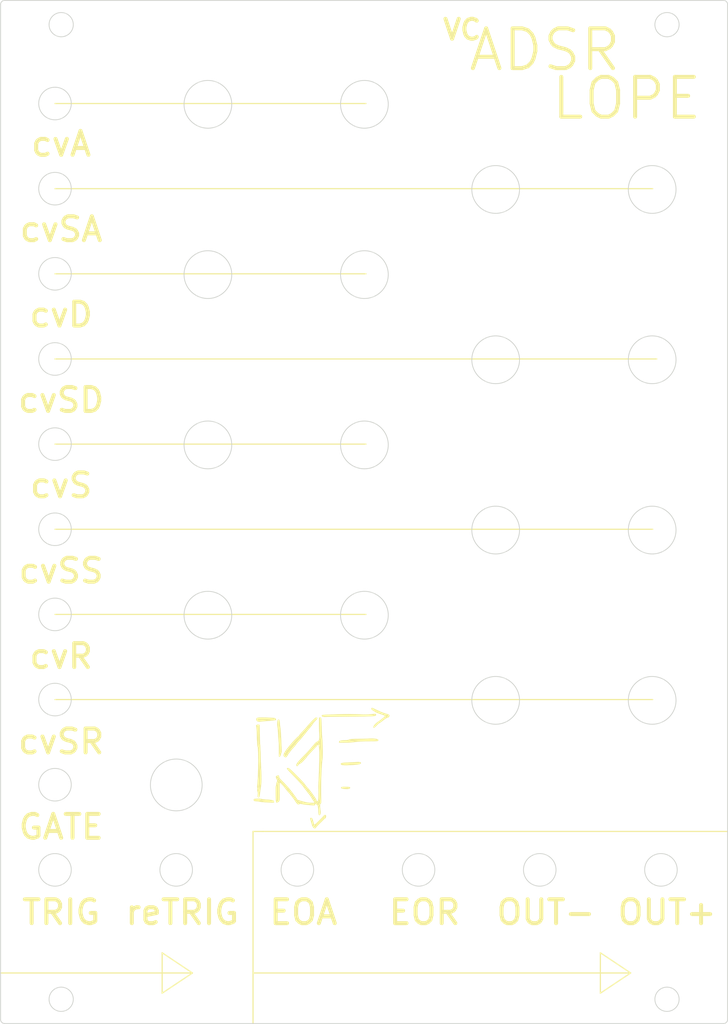
<source format=kicad_pcb>
(kicad_pcb (version 20171130) (host pcbnew 5.1.9-73d0e3b20d~88~ubuntu18.04.1)

  (general
    (thickness 1.6)
    (drawings 86)
    (tracks 0)
    (zones 0)
    (modules 1)
    (nets 1)
  )

  (page A4)
  (layers
    (0 F.Cu signal)
    (31 B.Cu signal)
    (32 B.Adhes user)
    (33 F.Adhes user)
    (34 B.Paste user)
    (35 F.Paste user)
    (36 B.SilkS user)
    (37 F.SilkS user)
    (38 B.Mask user)
    (39 F.Mask user)
    (40 Dwgs.User user)
    (41 Cmts.User user)
    (42 Eco1.User user hide)
    (43 Eco2.User user)
    (44 Edge.Cuts user)
    (45 Margin user)
    (46 B.CrtYd user)
    (47 F.CrtYd user)
    (48 B.Fab user)
    (49 F.Fab user)
  )

  (setup
    (last_trace_width 0.25)
    (trace_clearance 0.2)
    (zone_clearance 0.508)
    (zone_45_only no)
    (trace_min 0.2)
    (via_size 0.8)
    (via_drill 0.4)
    (via_min_size 0.4)
    (via_min_drill 0.3)
    (uvia_size 0.3)
    (uvia_drill 0.1)
    (uvias_allowed no)
    (uvia_min_size 0.2)
    (uvia_min_drill 0.1)
    (edge_width 0.1)
    (segment_width 0.2)
    (pcb_text_width 0.3)
    (pcb_text_size 1.5 1.5)
    (mod_edge_width 0.15)
    (mod_text_size 1 1)
    (mod_text_width 0.15)
    (pad_size 1.524 1.524)
    (pad_drill 0.762)
    (pad_to_mask_clearance 0)
    (aux_axis_origin 0 0)
    (visible_elements FFFFFF7F)
    (pcbplotparams
      (layerselection 0x010fc_ffffffff)
      (usegerberextensions false)
      (usegerberattributes true)
      (usegerberadvancedattributes true)
      (creategerberjobfile true)
      (excludeedgelayer true)
      (linewidth 0.100000)
      (plotframeref false)
      (viasonmask false)
      (mode 1)
      (useauxorigin false)
      (hpglpennumber 1)
      (hpglpenspeed 20)
      (hpglpendiameter 15.000000)
      (psnegative false)
      (psa4output false)
      (plotreference true)
      (plotvalue true)
      (plotinvisibletext false)
      (padsonsilk false)
      (subtractmaskfromsilk false)
      (outputformat 1)
      (mirror false)
      (drillshape 0)
      (scaleselection 1)
      (outputdirectory "frontPanel"))
  )

  (net 0 "")

  (net_class Default "This is the default net class."
    (clearance 0.2)
    (trace_width 0.25)
    (via_dia 0.8)
    (via_drill 0.4)
    (uvia_dia 0.3)
    (uvia_drill 0.1)
  )

  (module hardware:KP_logo (layer F.Cu) (tedit 6055DDD8) (tstamp 605424E7)
    (at 178.546187 136.849554)
    (fp_text reference G*** (at 0 0) (layer F.SilkS) hide
      (effects (font (size 1.524 1.524) (thickness 0.3)))
    )
    (fp_text value LOGO (at 0.75 0) (layer F.SilkS) hide
      (effects (font (size 1.524 1.524) (thickness 0.3)))
    )
    (fp_poly (pts (xy 5.785782 -6.839797) (xy 5.787507 -6.839235) (xy 5.831923 -6.784954) (xy 5.842 -6.730169)
      (xy 5.8399 -6.690262) (xy 5.829836 -6.655609) (xy 5.806166 -6.625786) (xy 5.763244 -6.600371)
      (xy 5.695428 -6.57894) (xy 5.597074 -6.561071) (xy 5.462537 -6.546342) (xy 5.286175 -6.534329)
      (xy 5.062342 -6.52461) (xy 4.785396 -6.516762) (xy 4.449692 -6.510362) (xy 4.049587 -6.504987)
      (xy 3.579436 -6.500215) (xy 3.033597 -6.495624) (xy 2.673469 -6.492825) (xy 2.177876 -6.488906)
      (xy 1.699069 -6.48488) (xy 1.245106 -6.480832) (xy 0.82404 -6.476843) (xy 0.443927 -6.472997)
      (xy 0.112821 -6.469376) (xy -0.161221 -6.466063) (xy -0.370144 -6.463141) (xy -0.505895 -6.460693)
      (xy -0.539554 -6.459813) (xy -0.72024 -6.457118) (xy -0.836787 -6.465084) (xy -0.909392 -6.486883)
      (xy -0.958146 -6.525573) (xy -1.002994 -6.59661) (xy -0.981395 -6.657976) (xy -0.975938 -6.664763)
      (xy -0.936147 -6.690026) (xy -0.856728 -6.709682) (xy -0.726699 -6.724981) (xy -0.535075 -6.737172)
      (xy -0.270875 -6.747504) (xy -0.239846 -6.748489) (xy 0.015979 -6.756741) (xy 0.331127 -6.767314)
      (xy 0.680316 -6.779336) (xy 1.038264 -6.791934) (xy 1.379688 -6.804237) (xy 1.439334 -6.806422)
      (xy 2.416246 -6.821748) (xy 3.451314 -6.798552) (xy 3.556 -6.794177) (xy 3.933706 -6.77891)
      (xy 4.242415 -6.769477) (xy 4.497602 -6.765959) (xy 4.714742 -6.768436) (xy 4.90931 -6.776988)
      (xy 5.096779 -6.791696) (xy 5.205424 -6.802759) (xy 5.411221 -6.823096) (xy 5.588643 -6.836805)
      (xy 5.719544 -6.842751) (xy 5.785782 -6.839797)) (layer F.SilkS) (width 0.01))
    (fp_poly (pts (xy -8.079881 -6.383578) (xy -7.806337 -6.377643) (xy -7.542533 -6.369083) (xy -7.303736 -6.35822)
      (xy -7.105214 -6.34538) (xy -6.962234 -6.330885) (xy -6.893372 -6.316576) (xy -6.804592 -6.254757)
      (xy -6.750191 -6.170969) (xy -6.742768 -6.092144) (xy -6.771045 -6.055081) (xy -6.829147 -6.040863)
      (xy -6.955039 -6.022624) (xy -7.13206 -6.002398) (xy -7.343551 -5.982221) (xy -7.421158 -5.975667)
      (xy -7.785697 -5.945765) (xy -8.078497 -5.921391) (xy -8.312226 -5.901446) (xy -8.499554 -5.88483)
      (xy -8.653147 -5.870443) (xy -8.784794 -5.857276) (xy -8.929195 -5.850701) (xy -9.029021 -5.873385)
      (xy -9.115143 -5.928181) (xy -9.198009 -6.013282) (xy -9.222832 -6.112462) (xy -9.220349 -6.17249)
      (xy -9.200759 -6.278121) (xy -9.147559 -6.332756) (xy -9.059333 -6.362527) (xy -8.966104 -6.37458)
      (xy -8.806276 -6.382388) (xy -8.595118 -6.386274) (xy -8.347897 -6.386563) (xy -8.079881 -6.383578)) (layer F.SilkS) (width 0.01))
    (fp_poly (pts (xy 5.351511 -7.595827) (xy 5.464135 -7.556905) (xy 5.617514 -7.491808) (xy 5.772988 -7.417935)
      (xy 6.156279 -7.232608) (xy 6.480555 -7.088013) (xy 6.758028 -6.979103) (xy 7.00091 -6.900835)
      (xy 7.06909 -6.882516) (xy 7.299727 -6.812053) (xy 7.450172 -6.738168) (xy 7.524894 -6.658258)
      (xy 7.535334 -6.611007) (xy 7.499829 -6.508822) (xy 7.413985 -6.413578) (xy 7.308812 -6.355697)
      (xy 7.269101 -6.349818) (xy 7.187902 -6.324936) (xy 7.069161 -6.260255) (xy 6.95325 -6.180485)
      (xy 6.788768 -6.0553) (xy 6.608108 -5.917802) (xy 6.50875 -5.842182) (xy 6.388931 -5.755538)
      (xy 6.293082 -5.694475) (xy 6.244184 -5.672849) (xy 6.198546 -5.643815) (xy 6.110506 -5.565929)
      (xy 5.994857 -5.452764) (xy 5.92098 -5.376333) (xy 5.756035 -5.211956) (xy 5.635647 -5.11541)
      (xy 5.556024 -5.085025) (xy 5.513377 -5.119127) (xy 5.503334 -5.192057) (xy 5.540249 -5.319663)
      (xy 5.644738 -5.471999) (xy 5.807412 -5.638501) (xy 6.018885 -5.808608) (xy 6.103997 -5.867918)
      (xy 6.263118 -5.978422) (xy 6.410844 -6.087367) (xy 6.520751 -6.175107) (xy 6.539858 -6.192009)
      (xy 6.664279 -6.297671) (xy 6.795038 -6.396892) (xy 6.804794 -6.403675) (xy 6.912173 -6.498924)
      (xy 6.936479 -6.579145) (xy 6.87777 -6.643563) (xy 6.783917 -6.679781) (xy 6.637854 -6.723603)
      (xy 6.460131 -6.78216) (xy 6.269954 -6.848458) (xy 6.086529 -6.915504) (xy 5.929062 -6.976304)
      (xy 5.816759 -7.023864) (xy 5.771338 -7.0485) (xy 5.710811 -7.091577) (xy 5.602322 -7.161715)
      (xy 5.485588 -7.233825) (xy 5.345811 -7.3274) (xy 5.271456 -7.402974) (xy 5.249336 -7.473995)
      (xy 5.249334 -7.474743) (xy 5.267841 -7.563675) (xy 5.296738 -7.601968) (xy 5.351511 -7.595827)) (layer F.SilkS) (width 0.01))
    (fp_poly (pts (xy 5.661663 -3.736094) (xy 5.890887 -3.700757) (xy 6.045232 -3.645286) (xy 6.112937 -3.585271)
      (xy 6.134321 -3.514697) (xy 6.086027 -3.454296) (xy 6.077326 -3.447687) (xy 6.036684 -3.428446)
      (xy 5.966538 -3.413485) (xy 5.857509 -3.402316) (xy 5.70022 -3.394448) (xy 5.485293 -3.389393)
      (xy 5.203349 -3.386659) (xy 4.891992 -3.385786) (xy 4.502394 -3.383951) (xy 4.1808 -3.378571)
      (xy 3.910593 -3.368807) (xy 3.675156 -3.35382) (xy 3.457869 -3.332771) (xy 3.242115 -3.304821)
      (xy 3.217334 -3.301227) (xy 2.783718 -3.250869) (xy 2.318502 -3.223706) (xy 1.915584 -3.217441)
      (xy 1.185334 -3.217333) (xy 1.185334 -3.316372) (xy 1.208625 -3.399198) (xy 1.283972 -3.459933)
      (xy 1.419588 -3.50123) (xy 1.623683 -3.525744) (xy 1.863426 -3.535484) (xy 2.101215 -3.54451)
      (xy 2.27279 -3.563127) (xy 2.396309 -3.593906) (xy 2.45482 -3.619235) (xy 2.515387 -3.645031)
      (xy 2.592459 -3.664808) (xy 2.698147 -3.679568) (xy 2.844564 -3.690313) (xy 3.043823 -3.698046)
      (xy 3.308036 -3.70377) (xy 3.512395 -3.706784) (xy 3.828833 -3.71185) (xy 4.160205 -3.718726)
      (xy 4.481619 -3.726788) (xy 4.768189 -3.735411) (xy 4.995024 -3.743972) (xy 4.995334 -3.743986)
      (xy 5.36175 -3.750702) (xy 5.661663 -3.736094)) (layer F.SilkS) (width 0.01))
    (fp_poly (pts (xy -6.356289 -6.112103) (xy -6.312031 -6.043083) (xy -6.292633 -5.958562) (xy -6.27186 -5.815353)
      (xy -6.253236 -5.639293) (xy -6.247523 -5.570047) (xy -6.232801 -5.398639) (xy -6.217701 -5.260433)
      (xy -6.204658 -5.176416) (xy -6.200166 -5.16197) (xy -6.188208 -5.1052) (xy -6.173489 -4.976785)
      (xy -6.156901 -4.789669) (xy -6.139338 -4.556795) (xy -6.121691 -4.291106) (xy -6.104855 -4.005545)
      (xy -6.089722 -3.713055) (xy -6.077184 -3.42658) (xy -6.073328 -3.323167) (xy -6.066632 -3.154055)
      (xy -6.056877 -2.933267) (xy -6.045553 -2.693671) (xy -6.037543 -2.533405) (xy -6.028265 -2.302187)
      (xy -6.028891 -2.138078) (xy -6.040465 -2.023985) (xy -6.06403 -1.942813) (xy -6.075014 -1.919571)
      (xy -6.12032 -1.806425) (xy -6.138072 -1.713336) (xy -6.163691 -1.608318) (xy -6.225098 -1.508919)
      (xy -6.30001 -1.446749) (xy -6.331234 -1.439333) (xy -6.376729 -1.474503) (xy -6.39464 -1.584017)
      (xy -6.394988 -1.598083) (xy -6.395586 -1.693427) (xy -6.395539 -1.855364) (xy -6.394897 -2.065823)
      (xy -6.393706 -2.306735) (xy -6.392617 -2.477585) (xy -6.393537 -2.749605) (xy -6.399395 -3.02333)
      (xy -6.409332 -3.274241) (xy -6.422493 -3.47782) (xy -6.430355 -3.557085) (xy -6.44913 -3.74423)
      (xy -6.468144 -3.984293) (xy -6.485106 -4.245564) (xy -6.497169 -4.482916) (xy -6.509846 -4.712431)
      (xy -6.527048 -4.928623) (xy -6.546605 -5.10845) (xy -6.566345 -5.22887) (xy -6.568151 -5.236382)
      (xy -6.590386 -5.381873) (xy -6.597321 -5.560011) (xy -6.590433 -5.745189) (xy -6.571199 -5.911803)
      (xy -6.541094 -6.03425) (xy -6.519846 -6.074215) (xy -6.434501 -6.133327) (xy -6.356289 -6.112103)) (layer F.SilkS) (width 0.01))
    (fp_poly (pts (xy -1.571382 -6.35823) (xy -1.541406 -6.303153) (xy -1.574072 -6.213586) (xy -1.671189 -6.08376)
      (xy -1.800837 -5.942544) (xy -1.934589 -5.796798) (xy -2.053126 -5.654742) (xy -2.137809 -5.539217)
      (xy -2.159201 -5.503333) (xy -2.235373 -5.383034) (xy -2.34056 -5.246491) (xy -2.393843 -5.185833)
      (xy -2.46906 -5.099764) (xy -2.585304 -4.960438) (xy -2.731546 -4.781369) (xy -2.896756 -4.576072)
      (xy -3.069906 -4.358062) (xy -3.084803 -4.339167) (xy -3.26432 -4.114518) (xy -3.443392 -3.896121)
      (xy -3.609271 -3.699112) (xy -3.749207 -3.538632) (xy -3.850451 -3.429817) (xy -3.851822 -3.428443)
      (xy -3.986609 -3.284507) (xy -4.115074 -3.13211) (xy -4.208802 -3.005109) (xy -4.306663 -2.870212)
      (xy -4.433944 -2.714717) (xy -4.536478 -2.60084) (xy -4.674114 -2.448427) (xy -4.824158 -2.270469)
      (xy -4.931219 -2.135174) (xy -5.030132 -2.005451) (xy -5.112632 -1.89841) (xy -5.16221 -1.835459)
      (xy -5.164642 -1.832508) (xy -5.212603 -1.757499) (xy -5.260099 -1.663175) (xy -5.3171 -1.568318)
      (xy -5.397717 -1.468748) (xy -5.479266 -1.389338) (xy -5.539059 -1.354967) (xy -5.541265 -1.354877)
      (xy -5.587977 -1.379035) (xy -5.670643 -1.438393) (xy -5.689814 -1.453493) (xy -5.766528 -1.524552)
      (xy -5.795267 -1.594842) (xy -5.788627 -1.701852) (xy -5.783803 -1.733211) (xy -5.738126 -1.867011)
      (xy -5.639701 -2.049764) (xy -5.495728 -2.270632) (xy -5.313405 -2.518779) (xy -5.099932 -2.783367)
      (xy -5.037666 -2.856475) (xy -4.918176 -2.995985) (xy -4.801456 -3.13357) (xy -4.727691 -3.221552)
      (xy -4.628954 -3.334847) (xy -4.50372 -3.470474) (xy -4.3652 -3.615126) (xy -4.226603 -3.755498)
      (xy -4.101139 -3.878284) (xy -4.002019 -3.970179) (xy -3.942451 -4.017876) (xy -3.933335 -4.021667)
      (xy -3.890267 -4.055318) (xy -3.837281 -4.136424) (xy -3.836416 -4.138083) (xy -3.778409 -4.223227)
      (xy -3.678932 -4.344327) (xy -3.557202 -4.478299) (xy -3.528082 -4.5085) (xy -3.016372 -5.058219)
      (xy -2.707848 -5.418667) (xy -2.597919 -5.545204) (xy -2.44892 -5.708407) (xy -2.282001 -5.885428)
      (xy -2.146712 -6.024752) (xy -1.98551 -6.185029) (xy -1.868657 -6.291836) (xy -1.78366 -6.354453)
      (xy -1.718025 -6.382157) (xy -1.66219 -6.384586) (xy -1.571382 -6.35823)) (layer F.SilkS) (width 0.01))
    (fp_poly (pts (xy 3.79329 -0.789102) (xy 3.882687 -0.764079) (xy 3.927175 -0.723256) (xy 3.937 -0.677614)
      (xy 3.91673 -0.607926) (xy 3.850466 -0.551991) (xy 3.730024 -0.507447) (xy 3.547221 -0.47193)
      (xy 3.293876 -0.443076) (xy 3.062779 -0.425071) (xy 2.601472 -0.397685) (xy 2.215293 -0.383301)
      (xy 1.906017 -0.381895) (xy 1.67542 -0.39344) (xy 1.525277 -0.417913) (xy 1.463524 -0.447524)
      (xy 1.41069 -0.512085) (xy 1.397648 -0.542774) (xy 1.417698 -0.603497) (xy 1.480558 -0.650484)
      (xy 1.594916 -0.685694) (xy 1.76946 -0.711087) (xy 2.012877 -0.728623) (xy 2.264834 -0.738363)
      (xy 2.444653 -0.745116) (xy 2.677656 -0.755971) (xy 2.932544 -0.769378) (xy 3.157891 -0.78254)
      (xy 3.440667 -0.797016) (xy 3.649208 -0.799643) (xy 3.79329 -0.789102)) (layer F.SilkS) (width 0.01))
    (fp_poly (pts (xy 2.107214 2.317803) (xy 2.312983 2.328316) (xy 2.448711 2.339026) (xy 2.528952 2.35362)
      (xy 2.568259 2.375786) (xy 2.581184 2.409211) (xy 2.582334 2.438172) (xy 2.543208 2.526753)
      (xy 2.427816 2.584983) (xy 2.239133 2.612328) (xy 1.980134 2.608254) (xy 1.756834 2.586202)
      (xy 1.585601 2.556908) (xy 1.485523 2.517628) (xy 1.443156 2.461775) (xy 1.439334 2.43062)
      (xy 1.463848 2.373545) (xy 1.542574 2.335419) (xy 1.683289 2.31493) (xy 1.893768 2.310764)
      (xy 2.107214 2.317803)) (layer F.SilkS) (width 0.01))
    (fp_poly (pts (xy -8.861867 -5.486305) (xy -8.824616 -5.457952) (xy -8.816618 -5.405078) (xy -8.808306 -5.279033)
      (xy -8.800109 -5.091307) (xy -8.792452 -4.853393) (xy -8.785765 -4.576783) (xy -8.780473 -4.272968)
      (xy -8.780426 -4.269614) (xy -8.775454 -3.966432) (xy -8.769621 -3.691113) (xy -8.763273 -3.454975)
      (xy -8.756756 -3.269335) (xy -8.750415 -3.145511) (xy -8.744597 -3.09482) (xy -8.744496 -3.094642)
      (xy -8.736013 -3.042149) (xy -8.725883 -2.916614) (xy -8.714637 -2.729634) (xy -8.702806 -2.492806)
      (xy -8.690921 -2.217727) (xy -8.679513 -1.915994) (xy -8.669113 -1.599203) (xy -8.660253 -1.278952)
      (xy -8.659001 -1.227667) (xy -8.651983 -0.987406) (xy -8.641646 -0.699853) (xy -8.629422 -0.402248)
      (xy -8.617564 -0.148167) (xy -8.592205 0.427301) (xy -8.578132 0.92672) (xy -8.575428 1.357961)
      (xy -8.584174 1.728896) (xy -8.604455 2.047399) (xy -8.636352 2.32134) (xy -8.644001 2.370667)
      (xy -8.681121 2.6105) (xy -8.717481 2.863609) (xy -8.747927 3.093291) (xy -8.761849 3.210299)
      (xy -8.793699 3.435444) (xy -8.83303 3.58291) (xy -8.883846 3.659614) (xy -8.95015 3.672474)
      (xy -9.012898 3.644097) (xy -9.044427 3.601876) (xy -9.056891 3.516357) (xy -9.052114 3.370115)
      (xy -9.047615 3.312085) (xy -9.039884 3.105615) (xy -9.05852 2.963479) (xy -9.080367 2.906974)
      (xy -9.115766 2.789708) (xy -9.097691 2.651107) (xy -9.09578 2.64408) (xy -9.074879 2.514573)
      (xy -9.101641 2.434212) (xy -9.102624 2.433013) (xy -9.131114 2.343521) (xy -9.123018 2.244507)
      (xy -9.102609 2.112345) (xy -9.082113 1.90706) (xy -9.062173 1.640191) (xy -9.043429 1.323276)
      (xy -9.026522 0.967856) (xy -9.012094 0.585471) (xy -9.000785 0.187659) (xy -8.995966 -0.042333)
      (xy -8.991095 -0.291083) (xy -8.986121 -0.509556) (xy -8.981412 -0.684097) (xy -8.977334 -0.801055)
      (xy -8.974299 -0.846667) (xy -8.971205 -0.898399) (xy -8.972409 -1.002756) (xy -8.973926 -1.04755)
      (xy -8.977435 -1.155045) (xy -8.982165 -1.326215) (xy -8.987573 -1.540087) (xy -8.993112 -1.775688)
      (xy -8.994815 -1.851884) (xy -9.002128 -2.136915) (xy -9.010487 -2.350859) (xy -9.021034 -2.507295)
      (xy -9.034914 -2.619802) (xy -9.053271 -2.70196) (xy -9.070598 -2.751667) (xy -9.087375 -2.832599)
      (xy -9.104162 -2.985585) (xy -9.120235 -3.198018) (xy -9.134875 -3.457288) (xy -9.147361 -3.750786)
      (xy -9.15697 -4.065904) (xy -9.162601 -4.360333) (xy -9.168696 -4.601838) (xy -9.179553 -4.826211)
      (xy -9.193849 -5.013853) (xy -9.210262 -5.145162) (xy -9.217912 -5.180387) (xy -9.242844 -5.298106)
      (xy -9.246656 -5.385563) (xy -9.243605 -5.398465) (xy -9.184791 -5.453519) (xy -9.079091 -5.489701)
      (xy -8.960213 -5.502225) (xy -8.861867 -5.486305)) (layer F.SilkS) (width 0.01))
    (fp_poly (pts (xy -8.775296 3.812678) (xy -8.629031 3.826575) (xy -8.54311 3.846097) (xy -8.452879 3.867274)
      (xy -8.302368 3.888099) (xy -8.11592 3.905591) (xy -7.992776 3.913464) (xy -7.665561 3.934065)
      (xy -7.414181 3.959342) (xy -7.229829 3.991928) (xy -7.103698 4.034456) (xy -7.02698 4.089558)
      (xy -6.990869 4.159869) (xy -6.985 4.214744) (xy -6.985621 4.249476) (xy -6.993683 4.276197)
      (xy -7.018482 4.295351) (xy -7.069313 4.307381) (xy -7.155475 4.312732) (xy -7.286262 4.311847)
      (xy -7.470972 4.305172) (xy -7.718901 4.29315) (xy -8.039344 4.276224) (xy -8.149166 4.270355)
      (xy -8.367579 4.255682) (xy -8.564916 4.236931) (xy -8.720608 4.216423) (xy -8.814082 4.196478)
      (xy -8.818672 4.194816) (xy -8.930271 4.168208) (xy -9.082726 4.151532) (xy -9.170705 4.148667)
      (xy -9.317276 4.140888) (xy -9.438875 4.120974) (xy -9.48545 4.104844) (xy -9.554707 4.028003)
      (xy -9.558613 3.929455) (xy -9.510188 3.857607) (xy -9.439684 3.834282) (xy -9.307858 3.817853)
      (xy -9.137794 3.808592) (xy -8.952579 3.806776) (xy -8.775296 3.812678)) (layer F.SilkS) (width 0.01))
    (fp_poly (pts (xy -1.110228 -6.367854) (xy -1.063966 -6.318192) (xy -1.051304 -6.255233) (xy -1.038124 -6.120127)
      (xy -1.025168 -5.925385) (xy -1.013177 -5.683516) (xy -1.002893 -5.407031) (xy -0.996716 -5.183238)
      (xy -0.98771 -4.8684) (xy -0.975974 -4.559821) (xy -0.962376 -4.274623) (xy -0.947787 -4.029929)
      (xy -0.933075 -3.842863) (xy -0.924848 -3.767667) (xy -0.908524 -3.600697) (xy -0.89434 -3.374944)
      (xy -0.882494 -3.105263) (xy -0.873183 -2.806511) (xy -0.866606 -2.493544) (xy -0.862959 -2.181219)
      (xy -0.862442 -1.884391) (xy -0.865251 -1.617918) (xy -0.871585 -1.396655) (xy -0.881642 -1.235459)
      (xy -0.890258 -1.169981) (xy -0.921997 -0.962438) (xy -0.951596 -0.680878) (xy -0.978704 -0.335927)
      (xy -1.002969 0.061783) (xy -1.02404 0.501625) (xy -1.041565 0.972968) (xy -1.055194 1.465185)
      (xy -1.064574 1.967645) (xy -1.069354 2.46972) (xy -1.069183 2.96078) (xy -1.063709 3.430196)
      (xy -1.054673 3.802711) (xy -1.048488 4.033044) (xy -1.047687 4.193576) (xy -1.053755 4.299083)
      (xy -1.068177 4.36434) (xy -1.092438 4.404125) (xy -1.117265 4.42561) (xy -1.163237 4.476761)
      (xy -1.187031 4.559274) (xy -1.194056 4.696121) (xy -1.193713 4.750399) (xy -1.182583 4.948953)
      (xy -1.158175 5.163034) (xy -1.140283 5.2705) (xy -1.11686 5.469852) (xy -1.124608 5.646942)
      (xy -1.160048 5.785198) (xy -1.2197 5.868044) (xy -1.269133 5.884333) (xy -1.350081 5.863654)
      (xy -1.376912 5.840254) (xy -1.390196 5.781082) (xy -1.403596 5.658142) (xy -1.415128 5.492307)
      (xy -1.42016 5.38517) (xy -1.432387 5.179943) (xy -1.45141 4.982019) (xy -1.473901 4.823349)
      (xy -1.483606 4.775996) (xy -1.523752 4.646745) (xy -1.577724 4.574271) (xy -1.660841 4.532579)
      (xy -1.780014 4.49591) (xy -1.840466 4.496071) (xy -1.861215 4.536352) (xy -1.862666 4.567471)
      (xy -1.895226 4.644254) (xy -1.967853 4.686462) (xy -2.033615 4.676835) (xy -2.087727 4.665365)
      (xy -2.208698 4.650506) (xy -2.378884 4.63414) (xy -2.580642 4.618147) (xy -2.590712 4.617429)
      (xy -2.830155 4.596309) (xy -3.074448 4.567805) (xy -3.291612 4.536002) (xy -3.423802 4.511044)
      (xy -3.586487 4.476999) (xy -3.688729 4.463665) (xy -3.75212 4.470804) (xy -3.798249 4.498179)
      (xy -3.808135 4.506812) (xy -3.87778 4.558412) (xy -3.912489 4.572) (xy -3.980864 4.542025)
      (xy -4.074484 4.46758) (xy -4.167735 4.37188) (xy -4.233333 4.281198) (xy -4.294956 4.180253)
      (xy -4.385626 4.044313) (xy -4.494252 3.88857) (xy -4.609738 3.728218) (xy -4.720991 3.578453)
      (xy -4.816918 3.454468) (xy -4.886425 3.371457) (xy -4.917374 3.344333) (xy -4.951436 3.31142)
      (xy -4.953 3.297818) (xy -4.980986 3.240344) (xy -5.0502 3.157109) (xy -5.069416 3.137722)
      (xy -5.197267 3.002803) (xy -5.348885 2.828039) (xy -5.500058 2.642621) (xy -5.62657 2.475741)
      (xy -5.667614 2.416568) (xy -5.749196 2.30726) (xy -5.856801 2.181057) (xy -5.97581 2.052826)
      (xy -6.091605 1.937438) (xy -6.189568 1.84976) (xy -6.255079 1.804663) (xy -6.271105 1.802734)
      (xy -6.279874 1.849122) (xy -6.286437 1.968197) (xy -6.290592 2.148002) (xy -6.292137 2.37658)
      (xy -6.290868 2.641976) (xy -6.288459 2.827317) (xy -6.283072 3.189438) (xy -6.280675 3.476747)
      (xy -6.282418 3.699082) (xy -6.289451 3.866277) (xy -6.302925 3.988168) (xy -6.323989 4.074591)
      (xy -6.353796 4.135381) (xy -6.393494 4.180375) (xy -6.444234 4.219408) (xy -6.451898 4.224692)
      (xy -6.588194 4.300742) (xy -6.680496 4.308514) (xy -6.735589 4.247481) (xy -6.749183 4.201583)
      (xy -6.758904 4.118523) (xy -6.767687 3.97358) (xy -6.775355 3.781069) (xy -6.781732 3.555301)
      (xy -6.786643 3.310588) (xy -6.789911 3.061245) (xy -6.79136 2.821582) (xy -6.790814 2.605913)
      (xy -6.788098 2.42855) (xy -6.783034 2.303806) (xy -6.775447 2.245993) (xy -6.773269 2.243667)
      (xy -6.752213 2.20538) (xy -6.729612 2.106098) (xy -6.714065 1.997321) (xy -6.688627 1.846791)
      (xy -6.652691 1.720472) (xy -6.626477 1.665718) (xy -6.596476 1.607826) (xy -6.596862 1.542504)
      (xy -6.631288 1.443919) (xy -6.670047 1.357526) (xy -6.741309 1.18991) (xy -6.767032 1.077695)
      (xy -6.74471 1.003367) (xy -6.671835 0.949412) (xy -6.607634 0.921421) (xy -6.471744 0.884824)
      (xy -6.390357 0.909321) (xy -6.354116 1.000421) (xy -6.35 1.073008) (xy -6.337915 1.141552)
      (xy -6.295269 1.221146) (xy -6.212471 1.324744) (xy -6.079934 1.465301) (xy -6.00075 1.544816)
      (xy -5.75758 1.791918) (xy -5.516459 2.046864) (xy -5.290816 2.294769) (xy -5.094082 2.520747)
      (xy -4.939687 2.709913) (xy -4.8895 2.776448) (xy -4.819903 2.869459) (xy -4.71983 3.000124)
      (xy -4.614333 3.135815) (xy -4.491634 3.29778) (xy -4.352633 3.489344) (xy -4.227295 3.669202)
      (xy -4.226619 3.6702) (xy -4.029406 3.961541) (xy -3.506953 4.115975) (xy -3.286619 4.178083)
      (xy -3.074388 4.232594) (xy -2.894604 4.273573) (xy -2.772833 4.294945) (xy -2.590229 4.311762)
      (xy -2.396887 4.32252) (xy -2.212948 4.326974) (xy -2.058547 4.324882) (xy -1.953824 4.316001)
      (xy -1.92045 4.305228) (xy -1.924821 4.25739) (xy -1.976638 4.183047) (xy -1.979222 4.18025)
      (xy -2.044417 4.095694) (xy -2.130963 3.964445) (xy -2.2204 3.814537) (xy -2.2225 3.810815)
      (xy -2.32898 3.634527) (xy -2.450405 3.451975) (xy -2.544239 3.323982) (xy -2.68485 3.143876)
      (xy -2.834263 2.950254) (xy -2.980983 2.758256) (xy -3.113518 2.583021) (xy -3.220372 2.439686)
      (xy -3.290054 2.343391) (xy -3.302 2.325925) (xy -3.396655 2.199608) (xy -3.54562 2.022072)
      (xy -3.74213 1.800735) (xy -3.979422 1.543018) (xy -4.250733 1.25634) (xy -4.5493 0.948121)
      (xy -4.66725 0.828155) (xy -4.866633 0.623093) (xy -5.044339 0.434423) (xy -5.192066 0.271445)
      (xy -5.301513 0.14346) (xy -5.364379 0.059767) (xy -5.376333 0.033749) (xy -5.352217 -0.022647)
      (xy -5.267976 -0.041979) (xy -5.246799 -0.042333) (xy -5.192928 -0.036015) (xy -5.132222 -0.013037)
      (xy -5.057627 0.032632) (xy -4.962091 0.107024) (xy -4.838561 0.216171) (xy -4.679984 0.366105)
      (xy -4.479308 0.562859) (xy -4.229479 0.812465) (xy -4.128089 0.914469) (xy -3.866817 1.178672)
      (xy -3.656994 1.3936) (xy -3.489528 1.569168) (xy -3.355326 1.71529) (xy -3.245298 1.841879)
      (xy -3.15035 1.958848) (xy -3.061392 2.076113) (xy -3.055868 2.083617) (xy -2.954693 2.217132)
      (xy -2.862426 2.331828) (xy -2.800703 2.401117) (xy -2.685761 2.524028) (xy -2.547133 2.68893)
      (xy -2.39372 2.883353) (xy -2.234426 3.094829) (xy -2.078151 3.310887) (xy -1.933797 3.519059)
      (xy -1.810267 3.706876) (xy -1.716463 3.861868) (xy -1.661285 3.971566) (xy -1.650352 4.012463)
      (xy -1.631175 4.120755) (xy -1.581548 4.156121) (xy -1.509501 4.113463) (xy -1.50271 4.106197)
      (xy -1.455401 4.026369) (xy -1.427059 3.902444) (xy -1.413128 3.714462) (xy -1.413097 3.713614)
      (xy -1.40764 3.517486) (xy -1.404252 3.300651) (xy -1.402872 3.08015) (xy -1.403437 2.873023)
      (xy -1.405887 2.696311) (xy -1.41016 2.567055) (xy -1.416195 2.502296) (xy -1.417482 2.498774)
      (xy -1.42012 2.451341) (xy -1.419248 2.332118) (xy -1.415179 2.153895) (xy -1.408224 1.929464)
      (xy -1.398695 1.671614) (xy -1.395269 1.586932) (xy -1.367323 0.893456) (xy -1.344129 0.278936)
      (xy -1.325632 -0.262203) (xy -1.311777 -0.735534) (xy -1.30251 -1.146633) (xy -1.297777 -1.501074)
      (xy -1.297524 -1.804431) (xy -1.301694 -2.062279) (xy -1.310236 -2.280192) (xy -1.323093 -2.463745)
      (xy -1.340212 -2.618511) (xy -1.353365 -2.704947) (xy -1.40674 -3.01806) (xy -1.729953 -2.674756)
      (xy -2.038754 -2.346302) (xy -2.292811 -2.075003) (xy -2.495859 -1.856783) (xy -2.65163 -1.687567)
      (xy -2.763858 -1.563281) (xy -2.836275 -1.47985) (xy -2.872616 -1.433199) (xy -2.878666 -1.420888)
      (xy -2.886125 -1.395022) (xy -2.914134 -1.352545) (xy -2.971143 -1.283496) (xy -3.065604 -1.177912)
      (xy -3.205966 -1.02583) (xy -3.292687 -0.932789) (xy -3.482587 -0.742185) (xy -3.629212 -0.623403)
      (xy -3.72478 -0.577961) (xy -3.851693 -0.511522) (xy -3.912445 -0.429886) (xy -3.994707 -0.314754)
      (xy -4.078042 -0.265976) (xy -4.147171 -0.283893) (xy -4.186815 -0.36885) (xy -4.191 -0.423634)
      (xy -4.171617 -0.50859) (xy -4.110787 -0.622046) (xy -4.004484 -0.768918) (xy -3.848683 -0.954123)
      (xy -3.639359 -1.182577) (xy -3.372488 -1.459196) (xy -3.203527 -1.629833) (xy -3.007441 -1.829722)
      (xy -2.813945 -2.032777) (xy -2.638654 -2.222201) (xy -2.49718 -2.3812) (xy -2.425658 -2.466617)
      (xy -2.294768 -2.626178) (xy -2.158848 -2.785244) (xy -2.04425 -2.913074) (xy -2.029638 -2.928591)
      (xy -1.938947 -3.028741) (xy -1.878307 -3.104927) (xy -1.862666 -3.133932) (xy -1.830085 -3.171836)
      (xy -1.74672 -3.238354) (xy -1.634135 -3.318124) (xy -1.513897 -3.395784) (xy -1.418166 -3.450553)
      (xy -1.358372 -3.5253) (xy -1.31891 -3.677561) (xy -1.299677 -3.908542) (xy -1.30057 -4.219451)
      (xy -1.320191 -4.593167) (xy -1.334261 -4.858152) (xy -1.343817 -5.168388) (xy -1.347983 -5.484534)
      (xy -1.346094 -5.757333) (xy -1.3335 -6.371167) (xy -1.21993 -6.384287) (xy -1.110228 -6.367854)) (layer F.SilkS) (width 0.01))
    (fp_poly (pts (xy -0.495548 5.86545) (xy -0.449696 5.951846) (xy -0.45053 6.103439) (xy -0.451963 6.112621)
      (xy -0.494579 6.243628) (xy -0.570754 6.307383) (xy -0.661184 6.363518) (xy -0.757296 6.453085)
      (xy -0.765753 6.462799) (xy -0.840951 6.543676) (xy -0.959252 6.662464) (xy -1.10128 6.799934)
      (xy -1.185333 6.879193) (xy -1.34223 7.031008) (xy -1.495154 7.188156) (xy -1.620152 7.325673)
      (xy -1.662568 7.376583) (xy -1.755914 7.483501) (xy -1.835681 7.55643) (xy -1.876897 7.577667)
      (xy -1.939192 7.549229) (xy -2.0254 7.478688) (xy -2.047525 7.456555) (xy -2.128217 7.342283)
      (xy -2.200175 7.19102) (xy -2.224778 7.117889) (xy -2.276018 6.939486) (xy -2.333011 6.746228)
      (xy -2.353536 6.678083) (xy -2.411469 6.480308) (xy -2.4423 6.349308) (xy -2.446361 6.271763)
      (xy -2.423985 6.234349) (xy -2.375505 6.223744) (xy -2.364888 6.223648) (xy -2.26347 6.23764)
      (xy -2.212315 6.25765) (xy -2.182108 6.30852) (xy -2.139061 6.418502) (xy -2.090326 6.564437)
      (xy -2.043053 6.723163) (xy -2.004394 6.871519) (xy -1.9815 6.986346) (xy -1.978499 7.014928)
      (xy -1.959958 7.06873) (xy -1.909817 7.07285) (xy -1.822894 7.023961) (xy -1.694012 6.918736)
      (xy -1.517989 6.753847) (xy -1.416814 6.654107) (xy -1.243325 6.478933) (xy -1.078563 6.308653)
      (xy -0.938046 6.159573) (xy -0.837293 6.048001) (xy -0.815188 6.021917) (xy -0.688098 5.898037)
      (xy -0.578284 5.846697) (xy -0.495548 5.86545)) (layer F.SilkS) (width 0.01))
  )

  (gr_circle (center 144.78 165.862) (end 144.78 164.338) (layer Edge.Cuts) (width 0.1) (tstamp 60553A41))
  (gr_circle (center 220.98 165.862) (end 220.98 164.338) (layer Edge.Cuts) (width 0.1) (tstamp 60553A40))
  (gr_circle (center 220.98 43.434) (end 220.98 41.91) (layer Edge.Cuts) (width 0.1))
  (gr_circle (center 144.78 43.434) (end 144.78 41.91) (layer Edge.Cuts) (width 0.1))
  (gr_arc (start 228.092 168.402) (end 228.092 168.91) (angle -90) (layer Edge.Cuts) (width 0.1))
  (gr_arc (start 137.668 168.402) (end 137.16 168.402) (angle -90) (layer Edge.Cuts) (width 0.1))
  (gr_arc (start 228.092 40.894) (end 228.6 40.894) (angle -90) (layer Edge.Cuts) (width 0.1))
  (gr_arc (start 137.668 40.894) (end 137.668 40.386) (angle -90) (layer Edge.Cuts) (width 0.1))
  (gr_line (start 137.668 40.386) (end 228.092 40.386) (layer Edge.Cuts) (width 0.1))
  (gr_line (start 144.002187 128.213554) (end 219.186187 128.213554) (layer F.SilkS) (width 0.15))
  (gr_line (start 144.002187 117.517332) (end 183.118187 117.517332) (layer F.SilkS) (width 0.15))
  (gr_line (start 144.002187 106.82111) (end 219.186187 106.82111) (layer F.SilkS) (width 0.15))
  (gr_line (start 144.002187 96.124888) (end 183.118187 96.124888) (layer F.SilkS) (width 0.15))
  (gr_line (start 144.002187 85.428666) (end 219.694187 85.428666) (layer F.SilkS) (width 0.15))
  (gr_line (start 144.002187 74.732444) (end 183.118187 74.732444) (layer F.SilkS) (width 0.15))
  (gr_line (start 144.002187 64.036222) (end 219.186187 64.036222) (layer F.SilkS) (width 0.15))
  (gr_line (start 144.002187 53.34) (end 183.118187 53.34) (layer F.SilkS) (width 0.15))
  (gr_circle (center 219.115 106.92111) (end 219.115 103.92111) (layer Edge.Cuts) (width 0.1) (tstamp 6052B8F0))
  (gr_circle (center 219.115 128.313554) (end 219.115 125.313554) (layer Edge.Cuts) (width 0.1) (tstamp 6052B8EF))
  (gr_circle (center 219.115 64.136222) (end 219.115 61.136222) (layer Edge.Cuts) (width 0.1) (tstamp 6052B8EE))
  (gr_circle (center 219.115 85.528666) (end 219.115 82.528666) (layer Edge.Cuts) (width 0.1) (tstamp 6052B8ED))
  (gr_circle (center 199.43 106.92111) (end 199.43 103.92111) (layer Edge.Cuts) (width 0.1) (tstamp 6052B8F0))
  (gr_circle (center 199.43 128.313554) (end 199.43 125.313554) (layer Edge.Cuts) (width 0.1) (tstamp 6052B8EF))
  (gr_circle (center 199.43 64.136222) (end 199.43 61.136222) (layer Edge.Cuts) (width 0.1) (tstamp 6052B8EE))
  (gr_circle (center 199.43 85.528666) (end 199.43 82.528666) (layer Edge.Cuts) (width 0.1) (tstamp 6052B8ED))
  (gr_circle (center 182.92 96.224888) (end 182.92 93.224888) (layer Edge.Cuts) (width 0.1) (tstamp 6052B8F0))
  (gr_circle (center 182.92 117.617332) (end 182.92 114.617332) (layer Edge.Cuts) (width 0.1) (tstamp 6052B8EF))
  (gr_circle (center 182.92 53.44) (end 182.92 50.44) (layer Edge.Cuts) (width 0.1) (tstamp 6052B8EE))
  (gr_circle (center 182.92 74.832444) (end 182.92 71.832444) (layer Edge.Cuts) (width 0.1) (tstamp 6052B8ED))
  (gr_circle (center 163.235 74.832444) (end 163.235 71.832444) (layer Edge.Cuts) (width 0.1) (tstamp 6052B855))
  (gr_circle (center 163.235 96.224888) (end 163.235 93.224888) (layer Edge.Cuts) (width 0.1) (tstamp 6052B855))
  (gr_circle (center 163.235 117.617332) (end 163.235 114.617332) (layer Edge.Cuts) (width 0.1))
  (gr_circle (center 163.235 53.44) (end 163.235 50.44) (layer Edge.Cuts) (width 0.1))
  (gr_line (start 161.29 162.56) (end 137.16 162.56) (layer F.SilkS) (width 0.15))
  (gr_line (start 161.29 162.56) (end 157.48 160.02) (layer F.SilkS) (width 0.15) (tstamp 6052B719))
  (gr_line (start 157.48 165.1) (end 161.29 162.56) (layer F.SilkS) (width 0.15) (tstamp 6052B717))
  (gr_line (start 157.48 160.02) (end 157.48 165.1) (layer F.SilkS) (width 0.15) (tstamp 6052B716))
  (gr_line (start 212.598 165.1) (end 216.408 162.56) (layer F.SilkS) (width 0.15) (tstamp 60553AB9))
  (gr_line (start 212.598 160.02) (end 212.598 165.1) (layer F.SilkS) (width 0.15) (tstamp 60553AB6))
  (gr_line (start 216.408 162.56) (end 212.598 160.02) (layer F.SilkS) (width 0.15) (tstamp 60553AB3))
  (gr_line (start 168.91 162.56) (end 216.408 162.56) (layer F.SilkS) (width 0.15) (tstamp 60553AC1))
  (gr_line (start 168.91 144.78) (end 168.91 168.91) (layer F.SilkS) (width 0.15))
  (gr_line (start 170.18 144.78) (end 168.91 144.78) (layer F.SilkS) (width 0.15))
  (gr_line (start 228.6 144.78) (end 170.18 144.78) (layer F.SilkS) (width 0.15))
  (gr_text OUT+ (at 220.98 154.94) (layer F.SilkS) (tstamp 6052B5B2)
    (effects (font (size 3 3) (thickness 0.5)))
  )
  (gr_text OUT- (at 205.74 154.94) (layer F.SilkS) (tstamp 6052B5B2)
    (effects (font (size 3 3) (thickness 0.5)))
  )
  (gr_text EOR (at 190.5 154.94) (layer F.SilkS) (tstamp 6052B5B2)
    (effects (font (size 3 3) (thickness 0.5)))
  )
  (gr_text EOA (at 175.26 154.94) (layer F.SilkS) (tstamp 6052B5B2)
    (effects (font (size 3 3) (thickness 0.5)))
  )
  (gr_text reTRIG (at 160.02 154.94) (layer F.SilkS) (tstamp 6052B5B2)
    (effects (font (size 3 3) (thickness 0.5)))
  )
  (gr_text TRIG (at 144.78 154.94) (layer F.SilkS) (tstamp 6052B52E)
    (effects (font (size 3 3) (thickness 0.5)))
  )
  (gr_text GATE (at 144.78 144.215552) (layer F.SilkS) (tstamp 6052B52E)
    (effects (font (size 3 3) (thickness 0.5)))
  )
  (gr_text cvSR (at 144.78 133.491108) (layer F.SilkS) (tstamp 6052B52E)
    (effects (font (size 3 3) (thickness 0.5)))
  )
  (gr_text cvR (at 144.78 122.766664) (layer F.SilkS) (tstamp 6052B52E)
    (effects (font (size 3 3) (thickness 0.5)))
  )
  (gr_text cvSS (at 144.78 112.04222) (layer F.SilkS) (tstamp 6052B52E)
    (effects (font (size 3 3) (thickness 0.5)))
  )
  (gr_text cvS (at 144.78 101.317776) (layer F.SilkS) (tstamp 6052B52E)
    (effects (font (size 3 3) (thickness 0.5)))
  )
  (gr_text cvSD (at 144.78 90.593332) (layer F.SilkS) (tstamp 6052B52E)
    (effects (font (size 3 3) (thickness 0.5)))
  )
  (gr_text cvD (at 144.78 79.868888) (layer F.SilkS) (tstamp 6052B52E)
    (effects (font (size 3 3) (thickness 0.5)))
  )
  (gr_text cvSA (at 144.78 69.144444) (layer F.SilkS) (tstamp 6052B52E)
    (effects (font (size 3 3) (thickness 0.5)))
  )
  (gr_text cvA (at 144.78 58.42) (layer F.SilkS)
    (effects (font (size 3 3) (thickness 0.5)))
  )
  (gr_circle (center 159.258 138.938) (end 161.798 136.906) (layer Edge.Cuts) (width 0.1))
  (gr_circle (center 220.218 149.606) (end 221.996 148.59) (layer Edge.Cuts) (width 0.1) (tstamp 6052B0F4))
  (gr_circle (center 204.974835 149.606) (end 206.752835 148.59) (layer Edge.Cuts) (width 0.1) (tstamp 6052B0F4))
  (gr_circle (center 189.731673 149.606) (end 191.509673 148.59) (layer Edge.Cuts) (width 0.1) (tstamp 6052B0F4))
  (gr_circle (center 174.488511 149.606) (end 176.266511 148.59) (layer Edge.Cuts) (width 0.1) (tstamp 6052B0F4))
  (gr_circle (center 159.245349 149.606) (end 161.023349 148.59) (layer Edge.Cuts) (width 0.1) (tstamp 6052B0F4))
  (gr_circle (center 144.002187 53.34) (end 145.780187 52.324) (layer Edge.Cuts) (width 0.1) (tstamp 6052AFC7))
  (gr_circle (center 144.002187 64.036222) (end 145.780187 63.020222) (layer Edge.Cuts) (width 0.1) (tstamp 6052AF19))
  (gr_circle (center 144.002187 74.732444) (end 145.780187 73.716444) (layer Edge.Cuts) (width 0.1) (tstamp 6052AF19))
  (gr_circle (center 144.002187 85.428666) (end 145.780187 84.412666) (layer Edge.Cuts) (width 0.1) (tstamp 6052AF19))
  (gr_circle (center 144.002187 96.124888) (end 145.780187 95.108888) (layer Edge.Cuts) (width 0.1) (tstamp 6052AF19))
  (gr_circle (center 144.002187 106.82111) (end 145.780187 105.80511) (layer Edge.Cuts) (width 0.1) (tstamp 6052AF19))
  (gr_circle (center 144.002187 117.517332) (end 145.780187 116.501332) (layer Edge.Cuts) (width 0.1) (tstamp 6052AF19))
  (gr_circle (center 144.002187 128.213554) (end 145.780187 127.197554) (layer Edge.Cuts) (width 0.1) (tstamp 6052AF19))
  (gr_circle (center 144.002187 138.909776) (end 145.780187 137.893776) (layer Edge.Cuts) (width 0.1) (tstamp 6052AF19))
  (gr_circle (center 144.002187 149.606) (end 145.780187 148.59) (layer Edge.Cuts) (width 0.1))
  (gr_line (start 228.092 168.91) (end 137.668 168.91) (layer Edge.Cuts) (width 0.1) (tstamp 60527769))
  (gr_line (start 228.6 40.894) (end 228.6 168.402) (layer Edge.Cuts) (width 0.1))
  (gr_line (start 137.16 168.402) (end 137.16 40.894) (layer Edge.Cuts) (width 0.1))
  (gr_text VC (at 195.199 44.069) (layer F.SilkS) (tstamp 6051CB5F)
    (effects (font (size 2.5 2.5) (thickness 0.5)))
  )
  (gr_text ADSR (at 205.613 46.609) (layer F.SilkS) (tstamp 6051CB5E)
    (effects (font (size 5 5) (thickness 0.5)))
  )
  (gr_text LOPE (at 215.9 52.705) (layer F.SilkS) (tstamp 6051CB5D)
    (effects (font (size 5 5) (thickness 0.5)))
  )
  (gr_text 18TE (at 181.61 38.1) (layer Eco1.User)
    (effects (font (size 1 1) (thickness 0.15)))
  )
  (gr_line (start 229.87 40.64) (end 138.43 40.64) (layer Eco1.User) (width 0.15) (tstamp 605200E2))
  (gr_line (start 229.87 151.13) (end 229.87 40.64) (layer Eco1.User) (width 0.15))
  (gr_line (start 138.43 151.13) (end 229.87 151.13) (layer Eco1.User) (width 0.15))
  (gr_line (start 138.43 40.64) (end 138.43 151.13) (layer Eco1.User) (width 0.15))

)

</source>
